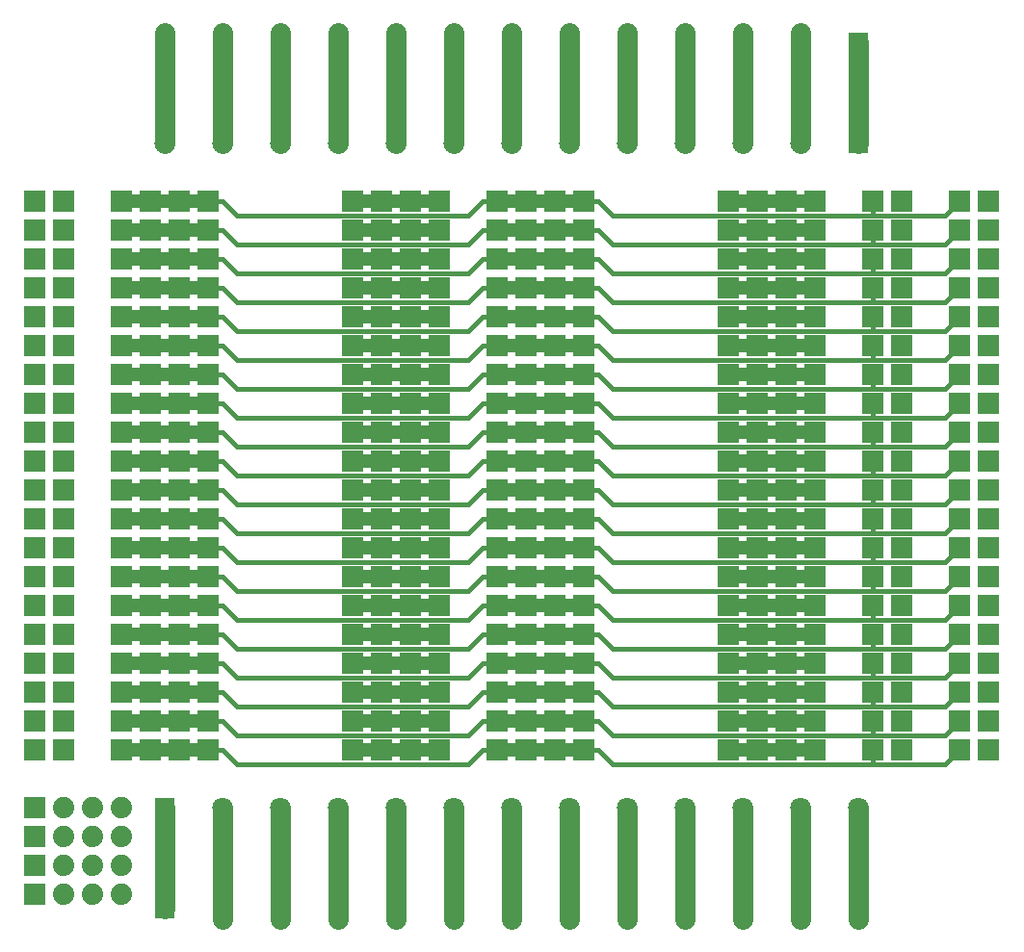
<source format=gbl>
G75*
%MOIN*%
%OFA0B0*%
%FSLAX25Y25*%
%IPPOS*%
%LPD*%
%AMOC8*
5,1,8,0,0,1.08239X$1,22.5*
%
%ADD10R,0.07400X0.07400*%
%ADD11C,0.07087*%
%ADD12R,0.07087X0.07087*%
%ADD13C,0.07400*%
%ADD14C,0.07087*%
%ADD15R,0.35000X0.05000*%
%ADD16C,0.01600*%
%ADD17C,0.07000*%
D10*
X0018125Y0053650D03*
X0018125Y0063650D03*
X0018125Y0073650D03*
X0018125Y0083650D03*
X0018125Y0103650D03*
X0018125Y0113650D03*
X0028125Y0113650D03*
X0028125Y0103650D03*
X0028125Y0123650D03*
X0028125Y0133650D03*
X0028125Y0143650D03*
X0028125Y0153650D03*
X0028125Y0163650D03*
X0028125Y0173650D03*
X0028125Y0183650D03*
X0028125Y0193650D03*
X0028125Y0203650D03*
X0028125Y0213650D03*
X0028125Y0223650D03*
X0028125Y0233650D03*
X0028125Y0243650D03*
X0028125Y0253650D03*
X0028125Y0263650D03*
X0028125Y0273650D03*
X0028125Y0283650D03*
X0028125Y0293650D03*
X0018125Y0293650D03*
X0018125Y0283650D03*
X0018125Y0273650D03*
X0018125Y0263650D03*
X0018125Y0253650D03*
X0018125Y0243650D03*
X0018125Y0233650D03*
X0018125Y0223650D03*
X0018125Y0213650D03*
X0018125Y0203650D03*
X0018125Y0193650D03*
X0018125Y0183650D03*
X0018125Y0173650D03*
X0018125Y0163650D03*
X0018125Y0153650D03*
X0018125Y0143650D03*
X0018125Y0133650D03*
X0018125Y0123650D03*
X0048125Y0123650D03*
X0058125Y0123650D03*
X0058125Y0133650D03*
X0048125Y0133650D03*
X0048125Y0143650D03*
X0058125Y0143650D03*
X0058125Y0153650D03*
X0048125Y0153650D03*
X0048125Y0163650D03*
X0058125Y0163650D03*
X0058125Y0173650D03*
X0048125Y0173650D03*
X0048125Y0183650D03*
X0058125Y0183650D03*
X0058125Y0193650D03*
X0048125Y0193650D03*
X0048125Y0203650D03*
X0058125Y0203650D03*
X0058125Y0213650D03*
X0048125Y0213650D03*
X0048125Y0223650D03*
X0058125Y0223650D03*
X0058125Y0233650D03*
X0048125Y0233650D03*
X0048125Y0243650D03*
X0058125Y0243650D03*
X0058125Y0253650D03*
X0048125Y0253650D03*
X0048125Y0263650D03*
X0058125Y0263650D03*
X0058125Y0273650D03*
X0048125Y0273650D03*
X0048125Y0283650D03*
X0058125Y0283650D03*
X0058125Y0293650D03*
X0048125Y0293650D03*
X0068125Y0293650D03*
X0068125Y0283650D03*
X0078125Y0283650D03*
X0078125Y0293650D03*
X0078125Y0273650D03*
X0078125Y0263650D03*
X0078125Y0253650D03*
X0078125Y0243650D03*
X0078125Y0233650D03*
X0078125Y0223650D03*
X0078125Y0213650D03*
X0078125Y0203650D03*
X0078125Y0193650D03*
X0078125Y0183650D03*
X0078125Y0173650D03*
X0078125Y0163650D03*
X0078125Y0153650D03*
X0078125Y0143650D03*
X0078125Y0133650D03*
X0078125Y0123650D03*
X0078125Y0113650D03*
X0078125Y0103650D03*
X0068125Y0103650D03*
X0068125Y0113650D03*
X0068125Y0123650D03*
X0068125Y0133650D03*
X0068125Y0143650D03*
X0068125Y0153650D03*
X0068125Y0163650D03*
X0068125Y0173650D03*
X0068125Y0183650D03*
X0068125Y0193650D03*
X0068125Y0203650D03*
X0068125Y0213650D03*
X0068125Y0223650D03*
X0068125Y0233650D03*
X0068125Y0243650D03*
X0068125Y0253650D03*
X0068125Y0263650D03*
X0068125Y0273650D03*
X0128125Y0273650D03*
X0128125Y0263650D03*
X0138125Y0263650D03*
X0138125Y0273650D03*
X0148125Y0273650D03*
X0148125Y0263650D03*
X0158125Y0263650D03*
X0158125Y0273650D03*
X0158125Y0283650D03*
X0158125Y0293650D03*
X0148125Y0293650D03*
X0148125Y0283650D03*
X0138125Y0283650D03*
X0138125Y0293650D03*
X0128125Y0293650D03*
X0128125Y0283650D03*
X0128125Y0253650D03*
X0128125Y0243650D03*
X0138125Y0243650D03*
X0138125Y0253650D03*
X0148125Y0253650D03*
X0148125Y0243650D03*
X0158125Y0243650D03*
X0158125Y0253650D03*
X0178125Y0253650D03*
X0178125Y0243650D03*
X0188125Y0243650D03*
X0188125Y0253650D03*
X0198125Y0253650D03*
X0208125Y0253650D03*
X0208125Y0243650D03*
X0198125Y0243650D03*
X0198125Y0233650D03*
X0208125Y0233650D03*
X0208125Y0223650D03*
X0198125Y0223650D03*
X0198125Y0213650D03*
X0208125Y0213650D03*
X0208125Y0203650D03*
X0198125Y0203650D03*
X0198125Y0193650D03*
X0208125Y0193650D03*
X0208125Y0183650D03*
X0198125Y0183650D03*
X0198125Y0173650D03*
X0208125Y0173650D03*
X0208125Y0163650D03*
X0198125Y0163650D03*
X0198125Y0153650D03*
X0208125Y0153650D03*
X0208125Y0143650D03*
X0198125Y0143650D03*
X0198125Y0133650D03*
X0208125Y0133650D03*
X0208125Y0123650D03*
X0198125Y0123650D03*
X0198125Y0113650D03*
X0208125Y0113650D03*
X0208125Y0103650D03*
X0198125Y0103650D03*
X0188125Y0103650D03*
X0188125Y0113650D03*
X0188125Y0123650D03*
X0188125Y0133650D03*
X0188125Y0143650D03*
X0188125Y0153650D03*
X0188125Y0163650D03*
X0188125Y0173650D03*
X0188125Y0183650D03*
X0188125Y0193650D03*
X0188125Y0203650D03*
X0188125Y0213650D03*
X0188125Y0223650D03*
X0188125Y0233650D03*
X0178125Y0233650D03*
X0178125Y0223650D03*
X0178125Y0213650D03*
X0178125Y0203650D03*
X0178125Y0193650D03*
X0178125Y0183650D03*
X0178125Y0173650D03*
X0178125Y0163650D03*
X0178125Y0153650D03*
X0178125Y0143650D03*
X0178125Y0133650D03*
X0178125Y0123650D03*
X0178125Y0113650D03*
X0178125Y0103650D03*
X0158125Y0103650D03*
X0158125Y0113650D03*
X0158125Y0123650D03*
X0158125Y0133650D03*
X0158125Y0143650D03*
X0158125Y0153650D03*
X0158125Y0163650D03*
X0158125Y0173650D03*
X0158125Y0183650D03*
X0158125Y0193650D03*
X0158125Y0203650D03*
X0158125Y0213650D03*
X0158125Y0223650D03*
X0158125Y0233650D03*
X0148125Y0233650D03*
X0148125Y0223650D03*
X0148125Y0213650D03*
X0148125Y0203650D03*
X0148125Y0193650D03*
X0148125Y0183650D03*
X0148125Y0173650D03*
X0148125Y0163650D03*
X0148125Y0153650D03*
X0148125Y0143650D03*
X0148125Y0133650D03*
X0148125Y0123650D03*
X0148125Y0113650D03*
X0148125Y0103650D03*
X0138125Y0103650D03*
X0138125Y0113650D03*
X0138125Y0123650D03*
X0138125Y0133650D03*
X0138125Y0143650D03*
X0138125Y0153650D03*
X0138125Y0163650D03*
X0138125Y0173650D03*
X0138125Y0183650D03*
X0138125Y0193650D03*
X0138125Y0203650D03*
X0138125Y0213650D03*
X0138125Y0223650D03*
X0138125Y0233650D03*
X0128125Y0233650D03*
X0128125Y0223650D03*
X0128125Y0213650D03*
X0128125Y0203650D03*
X0128125Y0193650D03*
X0128125Y0183650D03*
X0128125Y0173650D03*
X0128125Y0163650D03*
X0128125Y0153650D03*
X0128125Y0143650D03*
X0128125Y0133650D03*
X0128125Y0123650D03*
X0128125Y0113650D03*
X0128125Y0103650D03*
X0058125Y0103650D03*
X0058125Y0113650D03*
X0048125Y0113650D03*
X0048125Y0103650D03*
X0178125Y0263650D03*
X0178125Y0273650D03*
X0188125Y0273650D03*
X0188125Y0263650D03*
X0198125Y0263650D03*
X0208125Y0263650D03*
X0208125Y0273650D03*
X0198125Y0273650D03*
X0198125Y0283650D03*
X0208125Y0283650D03*
X0208125Y0293650D03*
X0198125Y0293650D03*
X0188125Y0293650D03*
X0188125Y0283650D03*
X0178125Y0283650D03*
X0178125Y0293650D03*
X0258125Y0293650D03*
X0258125Y0283650D03*
X0268125Y0283650D03*
X0278125Y0283650D03*
X0278125Y0293650D03*
X0268125Y0293650D03*
X0288125Y0293650D03*
X0288125Y0283650D03*
X0288125Y0273650D03*
X0288125Y0263650D03*
X0288125Y0253650D03*
X0288125Y0243650D03*
X0288125Y0233650D03*
X0288125Y0223650D03*
X0288125Y0213650D03*
X0288125Y0203650D03*
X0288125Y0193650D03*
X0288125Y0183650D03*
X0288125Y0173650D03*
X0288125Y0163650D03*
X0288125Y0153650D03*
X0288125Y0143650D03*
X0288125Y0133650D03*
X0288125Y0123650D03*
X0288125Y0113650D03*
X0288125Y0103650D03*
X0278125Y0103650D03*
X0278125Y0113650D03*
X0268125Y0113650D03*
X0268125Y0103650D03*
X0258125Y0103650D03*
X0258125Y0113650D03*
X0258125Y0123650D03*
X0258125Y0133650D03*
X0268125Y0133650D03*
X0278125Y0133650D03*
X0278125Y0123650D03*
X0268125Y0123650D03*
X0268125Y0143650D03*
X0278125Y0143650D03*
X0278125Y0153650D03*
X0268125Y0153650D03*
X0268125Y0163650D03*
X0278125Y0163650D03*
X0278125Y0173650D03*
X0268125Y0173650D03*
X0268125Y0183650D03*
X0278125Y0183650D03*
X0278125Y0193650D03*
X0268125Y0193650D03*
X0268125Y0203650D03*
X0278125Y0203650D03*
X0278125Y0213650D03*
X0268125Y0213650D03*
X0268125Y0223650D03*
X0278125Y0223650D03*
X0278125Y0233650D03*
X0268125Y0233650D03*
X0268125Y0243650D03*
X0278125Y0243650D03*
X0278125Y0253650D03*
X0268125Y0253650D03*
X0268125Y0263650D03*
X0278125Y0263650D03*
X0278125Y0273650D03*
X0268125Y0273650D03*
X0258125Y0273650D03*
X0258125Y0263650D03*
X0258125Y0253650D03*
X0258125Y0243650D03*
X0258125Y0233650D03*
X0258125Y0223650D03*
X0258125Y0213650D03*
X0258125Y0203650D03*
X0258125Y0193650D03*
X0258125Y0183650D03*
X0258125Y0173650D03*
X0258125Y0163650D03*
X0258125Y0153650D03*
X0258125Y0143650D03*
X0308125Y0143650D03*
X0318125Y0143650D03*
X0318125Y0153650D03*
X0308125Y0153650D03*
X0308125Y0163650D03*
X0318125Y0163650D03*
X0318125Y0173650D03*
X0308125Y0173650D03*
X0308125Y0183650D03*
X0318125Y0183650D03*
X0318125Y0193650D03*
X0308125Y0193650D03*
X0308125Y0203650D03*
X0318125Y0203650D03*
X0318125Y0213650D03*
X0308125Y0213650D03*
X0308125Y0223650D03*
X0318125Y0223650D03*
X0318125Y0233650D03*
X0308125Y0233650D03*
X0308125Y0243650D03*
X0318125Y0243650D03*
X0318125Y0253650D03*
X0308125Y0253650D03*
X0308125Y0263650D03*
X0318125Y0263650D03*
X0318125Y0273650D03*
X0308125Y0273650D03*
X0308125Y0283650D03*
X0318125Y0283650D03*
X0318125Y0293650D03*
X0308125Y0293650D03*
X0338125Y0293650D03*
X0338125Y0283650D03*
X0348125Y0283650D03*
X0348125Y0293650D03*
X0348125Y0273650D03*
X0348125Y0263650D03*
X0348125Y0253650D03*
X0348125Y0243650D03*
X0348125Y0233650D03*
X0348125Y0223650D03*
X0348125Y0213650D03*
X0348125Y0203650D03*
X0348125Y0193650D03*
X0348125Y0183650D03*
X0348125Y0173650D03*
X0348125Y0163650D03*
X0348125Y0153650D03*
X0348125Y0143650D03*
X0348125Y0133650D03*
X0348125Y0123650D03*
X0348125Y0113650D03*
X0348125Y0103650D03*
X0338125Y0103650D03*
X0338125Y0113650D03*
X0338125Y0123650D03*
X0338125Y0133650D03*
X0338125Y0143650D03*
X0338125Y0153650D03*
X0338125Y0163650D03*
X0338125Y0173650D03*
X0338125Y0183650D03*
X0338125Y0193650D03*
X0338125Y0203650D03*
X0338125Y0213650D03*
X0338125Y0223650D03*
X0338125Y0233650D03*
X0338125Y0243650D03*
X0338125Y0253650D03*
X0338125Y0263650D03*
X0338125Y0273650D03*
X0318125Y0133650D03*
X0318125Y0123650D03*
X0308125Y0123650D03*
X0308125Y0133650D03*
X0308125Y0113650D03*
X0318125Y0113650D03*
X0318125Y0103650D03*
X0308125Y0103650D03*
D11*
X0303125Y0083650D03*
X0283125Y0083650D03*
X0263125Y0083650D03*
X0243125Y0083650D03*
X0223125Y0083650D03*
X0203125Y0083650D03*
X0183125Y0083650D03*
X0163125Y0083650D03*
X0143125Y0083650D03*
X0123125Y0083650D03*
X0103125Y0083650D03*
X0083125Y0083650D03*
X0083125Y0313650D03*
X0063125Y0313650D03*
X0103125Y0313650D03*
X0123125Y0313650D03*
X0143125Y0313650D03*
X0163125Y0313650D03*
X0183125Y0313650D03*
X0203125Y0313650D03*
X0223125Y0313650D03*
X0243125Y0313650D03*
X0263125Y0313650D03*
X0283125Y0313650D03*
D12*
X0303125Y0313650D03*
X0303125Y0328650D03*
X0303125Y0348650D03*
X0063125Y0083650D03*
X0063125Y0068650D03*
X0063125Y0048650D03*
D13*
X0048125Y0053650D03*
X0048125Y0063650D03*
X0048125Y0073650D03*
X0048125Y0083650D03*
X0038125Y0083650D03*
X0038125Y0073650D03*
X0038125Y0063650D03*
X0038125Y0053650D03*
X0028125Y0053650D03*
X0028125Y0063650D03*
X0028125Y0073650D03*
X0028125Y0083650D03*
D14*
X0083125Y0072194D02*
X0083125Y0065107D01*
X0083125Y0052194D02*
X0083125Y0045107D01*
X0103125Y0045107D02*
X0103125Y0052194D01*
X0103125Y0065107D02*
X0103125Y0072194D01*
X0123125Y0072194D02*
X0123125Y0065107D01*
X0123125Y0052194D02*
X0123125Y0045107D01*
X0143125Y0045107D02*
X0143125Y0052194D01*
X0143125Y0065107D02*
X0143125Y0072194D01*
X0163125Y0072194D02*
X0163125Y0065107D01*
X0163125Y0052194D02*
X0163125Y0045107D01*
X0183125Y0045107D02*
X0183125Y0052194D01*
X0183125Y0065107D02*
X0183125Y0072194D01*
X0203125Y0072194D02*
X0203125Y0065107D01*
X0203125Y0052194D02*
X0203125Y0045107D01*
X0223125Y0045107D02*
X0223125Y0052194D01*
X0223125Y0065107D02*
X0223125Y0072194D01*
X0243125Y0072194D02*
X0243125Y0065107D01*
X0243125Y0052194D02*
X0243125Y0045107D01*
X0263125Y0045107D02*
X0263125Y0052194D01*
X0263125Y0065107D02*
X0263125Y0072194D01*
X0283125Y0072194D02*
X0283125Y0065107D01*
X0283125Y0052194D02*
X0283125Y0045107D01*
X0303125Y0045107D02*
X0303125Y0052194D01*
X0303125Y0065107D02*
X0303125Y0072194D01*
X0283125Y0325107D02*
X0283125Y0332194D01*
X0283125Y0345107D02*
X0283125Y0352194D01*
X0263125Y0352194D02*
X0263125Y0345107D01*
X0263125Y0332194D02*
X0263125Y0325107D01*
X0243125Y0325107D02*
X0243125Y0332194D01*
X0243125Y0345107D02*
X0243125Y0352194D01*
X0223125Y0352194D02*
X0223125Y0345107D01*
X0223125Y0332194D02*
X0223125Y0325107D01*
X0203125Y0325107D02*
X0203125Y0332194D01*
X0203125Y0345107D02*
X0203125Y0352194D01*
X0183125Y0352194D02*
X0183125Y0345107D01*
X0183125Y0332194D02*
X0183125Y0325107D01*
X0163125Y0325107D02*
X0163125Y0332194D01*
X0163125Y0345107D02*
X0163125Y0352194D01*
X0143125Y0352194D02*
X0143125Y0345107D01*
X0143125Y0332194D02*
X0143125Y0325107D01*
X0123125Y0325107D02*
X0123125Y0332194D01*
X0123125Y0345107D02*
X0123125Y0352194D01*
X0103125Y0352194D02*
X0103125Y0345107D01*
X0103125Y0332194D02*
X0103125Y0325107D01*
X0083125Y0325107D02*
X0083125Y0332194D01*
X0083125Y0345107D02*
X0083125Y0352194D01*
X0063125Y0352194D02*
X0063125Y0345107D01*
X0063125Y0332194D02*
X0063125Y0325107D01*
D15*
X0063125Y0293650D03*
X0063125Y0283650D03*
X0063125Y0273650D03*
X0063125Y0263650D03*
X0063125Y0253650D03*
X0063125Y0243650D03*
X0063125Y0233650D03*
X0063125Y0223650D03*
X0063125Y0213650D03*
X0063125Y0203650D03*
X0063125Y0193650D03*
X0063125Y0183650D03*
X0063125Y0173650D03*
X0063125Y0163650D03*
X0063125Y0153650D03*
X0063125Y0143650D03*
X0063125Y0133650D03*
X0063125Y0123650D03*
X0063125Y0113650D03*
X0063125Y0103650D03*
X0143125Y0103650D03*
X0143125Y0113650D03*
X0143125Y0123650D03*
X0143125Y0133650D03*
X0143125Y0143650D03*
X0143125Y0153650D03*
X0143125Y0163650D03*
X0143125Y0173650D03*
X0143125Y0183650D03*
X0143125Y0193650D03*
X0143125Y0203650D03*
X0143125Y0213650D03*
X0143125Y0223650D03*
X0143125Y0233650D03*
X0143125Y0243650D03*
X0143125Y0253650D03*
X0143125Y0263650D03*
X0143125Y0273650D03*
X0143125Y0283650D03*
X0143125Y0293650D03*
X0193125Y0293650D03*
X0193125Y0283650D03*
X0193125Y0273650D03*
X0193125Y0263650D03*
X0193125Y0253650D03*
X0193125Y0243650D03*
X0193125Y0233650D03*
X0193125Y0223650D03*
X0193125Y0213650D03*
X0193125Y0203650D03*
X0193125Y0193650D03*
X0193125Y0183650D03*
X0193125Y0173650D03*
X0193125Y0163650D03*
X0193125Y0153650D03*
X0193125Y0143650D03*
X0193125Y0133650D03*
X0193125Y0123650D03*
X0193125Y0113650D03*
X0193125Y0103650D03*
X0273125Y0103650D03*
X0273125Y0113650D03*
X0273125Y0123650D03*
X0273125Y0133650D03*
X0273125Y0143650D03*
X0273125Y0153650D03*
X0273125Y0163650D03*
X0273125Y0173650D03*
X0273125Y0183650D03*
X0273125Y0193650D03*
X0273125Y0203650D03*
X0273125Y0213650D03*
X0273125Y0223650D03*
X0273125Y0233650D03*
X0273125Y0243650D03*
X0273125Y0253650D03*
X0273125Y0263650D03*
X0273125Y0273650D03*
X0273125Y0283650D03*
X0273125Y0293650D03*
D16*
X0268125Y0293650D01*
X0268125Y0283650D02*
X0273125Y0283650D01*
X0273125Y0273650D02*
X0268125Y0273650D01*
X0268125Y0263650D02*
X0273125Y0263650D01*
X0273125Y0253650D02*
X0268125Y0253650D01*
X0268125Y0243650D02*
X0273125Y0243650D01*
X0273125Y0233650D02*
X0268125Y0233650D01*
X0268125Y0223650D02*
X0273125Y0223650D01*
X0273125Y0213650D02*
X0268125Y0213650D01*
X0268125Y0203650D02*
X0273125Y0203650D01*
X0273125Y0193650D02*
X0268125Y0193650D01*
X0268125Y0183650D02*
X0273125Y0183650D01*
X0273125Y0173650D02*
X0268125Y0173650D01*
X0268125Y0163650D02*
X0273125Y0163650D01*
X0278125Y0163650D01*
X0278125Y0153650D02*
X0273125Y0153650D01*
X0273125Y0143650D02*
X0278125Y0143650D01*
X0278125Y0133650D02*
X0273125Y0133650D01*
X0273125Y0123650D02*
X0278125Y0123650D01*
X0278125Y0113650D02*
X0273125Y0113650D01*
X0273125Y0103650D02*
X0268125Y0103650D01*
X0263125Y0103650D01*
X0268125Y0103650D01*
X0308125Y0103650D02*
X0308125Y0098650D01*
X0333125Y0098650D01*
X0338125Y0103650D01*
X0333125Y0108650D02*
X0338125Y0113650D01*
X0333125Y0108650D02*
X0308125Y0108650D01*
X0308125Y0113650D01*
X0308125Y0108650D02*
X0218125Y0108650D01*
X0213125Y0113650D01*
X0208125Y0113650D01*
X0208125Y0103650D02*
X0203125Y0103650D01*
X0198125Y0103650D01*
X0193125Y0103650D01*
X0198125Y0103650D01*
X0193125Y0103650D01*
X0198125Y0103650D01*
X0193125Y0103650D01*
X0198125Y0103650D01*
X0208125Y0103650D02*
X0213125Y0103650D01*
X0218125Y0098650D01*
X0308125Y0098650D01*
X0308125Y0118650D02*
X0308125Y0123650D01*
X0308125Y0128650D02*
X0308125Y0133650D01*
X0308125Y0128650D02*
X0333125Y0128650D01*
X0338125Y0133650D01*
X0333125Y0138650D02*
X0338125Y0143650D01*
X0333125Y0138650D02*
X0308125Y0138650D01*
X0308125Y0143650D01*
X0308125Y0148650D02*
X0308125Y0153650D01*
X0308125Y0148650D02*
X0333125Y0148650D01*
X0338125Y0153650D01*
X0333125Y0158650D02*
X0338125Y0163650D01*
X0333125Y0158650D02*
X0308125Y0158650D01*
X0308125Y0163650D01*
X0308125Y0168650D02*
X0308125Y0173650D01*
X0308125Y0168650D02*
X0333125Y0168650D01*
X0338125Y0173650D01*
X0333125Y0178650D02*
X0338125Y0183650D01*
X0333125Y0178650D02*
X0308125Y0178650D01*
X0308125Y0183650D01*
X0308125Y0188650D02*
X0308125Y0193650D01*
X0308125Y0188650D02*
X0333125Y0188650D01*
X0338125Y0193650D01*
X0333125Y0198650D02*
X0338125Y0203650D01*
X0333125Y0198650D02*
X0308125Y0198650D01*
X0308125Y0203650D01*
X0308125Y0198650D02*
X0218125Y0198650D01*
X0213125Y0203650D01*
X0208125Y0203650D01*
X0208125Y0213650D02*
X0213125Y0213650D01*
X0218125Y0208650D01*
X0308125Y0208650D01*
X0308125Y0213650D01*
X0308125Y0208650D02*
X0333125Y0208650D01*
X0338125Y0213650D01*
X0333125Y0218650D02*
X0338125Y0223650D01*
X0333125Y0218650D02*
X0308125Y0218650D01*
X0308125Y0223650D01*
X0308125Y0218650D02*
X0218125Y0218650D01*
X0213125Y0223650D01*
X0208125Y0223650D01*
X0208125Y0233650D02*
X0213125Y0233650D01*
X0218125Y0228650D01*
X0308125Y0228650D01*
X0308125Y0233650D01*
X0308125Y0228650D02*
X0333125Y0228650D01*
X0338125Y0233650D01*
X0333125Y0238650D02*
X0338125Y0243650D01*
X0333125Y0238650D02*
X0308125Y0238650D01*
X0308125Y0243650D01*
X0308125Y0238650D02*
X0218125Y0238650D01*
X0213125Y0243650D01*
X0208125Y0243650D01*
X0208125Y0253650D02*
X0213125Y0253650D01*
X0218125Y0248650D01*
X0308125Y0248650D01*
X0308125Y0253650D01*
X0308125Y0248650D02*
X0333125Y0248650D01*
X0338125Y0253650D01*
X0333125Y0258650D02*
X0338125Y0263650D01*
X0333125Y0258650D02*
X0308125Y0258650D01*
X0308125Y0263650D01*
X0308125Y0258650D02*
X0218125Y0258650D01*
X0213125Y0263650D01*
X0208125Y0263650D01*
X0208125Y0273650D02*
X0213125Y0273650D01*
X0218125Y0268650D01*
X0308125Y0268650D01*
X0308125Y0273650D01*
X0308125Y0268650D02*
X0333125Y0268650D01*
X0338125Y0273650D01*
X0333125Y0278650D02*
X0338125Y0283650D01*
X0333125Y0278650D02*
X0308125Y0278650D01*
X0308125Y0283650D01*
X0308125Y0278650D02*
X0218125Y0278650D01*
X0213125Y0283650D01*
X0208125Y0283650D01*
X0208125Y0293650D02*
X0213125Y0293650D01*
X0218125Y0288650D01*
X0308125Y0288650D01*
X0308125Y0293650D01*
X0308125Y0288650D02*
X0333125Y0288650D01*
X0338125Y0293650D01*
X0308125Y0188650D02*
X0218125Y0188650D01*
X0213125Y0193650D01*
X0208125Y0193650D01*
X0208125Y0183650D02*
X0213125Y0183650D01*
X0218125Y0178650D01*
X0308125Y0178650D01*
X0308125Y0168650D02*
X0218125Y0168650D01*
X0213125Y0173650D01*
X0208125Y0173650D01*
X0208125Y0163650D02*
X0213125Y0163650D01*
X0218125Y0158650D01*
X0308125Y0158650D01*
X0308125Y0148650D02*
X0218125Y0148650D01*
X0213125Y0153650D01*
X0208125Y0153650D01*
X0208125Y0143650D02*
X0213125Y0143650D01*
X0218125Y0138650D01*
X0308125Y0138650D01*
X0308125Y0128650D02*
X0218125Y0128650D01*
X0213125Y0133650D01*
X0208125Y0133650D01*
X0208125Y0123650D02*
X0213125Y0123650D01*
X0218125Y0118650D01*
X0308125Y0118650D01*
X0333125Y0118650D01*
X0338125Y0123650D01*
X0193125Y0123650D02*
X0188125Y0123650D01*
X0188125Y0133650D02*
X0193125Y0133650D01*
X0193125Y0143650D02*
X0188125Y0143650D01*
X0188125Y0153650D02*
X0193125Y0153650D01*
X0193125Y0163650D02*
X0188125Y0163650D01*
X0188125Y0173650D02*
X0193125Y0173650D01*
X0193125Y0183650D02*
X0188125Y0183650D01*
X0188125Y0193650D02*
X0193125Y0193650D01*
X0193125Y0203650D02*
X0188125Y0203650D01*
X0188125Y0213650D02*
X0193125Y0213650D01*
X0193125Y0223650D02*
X0188125Y0223650D01*
X0188125Y0233650D02*
X0193125Y0233650D01*
X0193125Y0243650D02*
X0188125Y0243650D01*
X0188125Y0253650D02*
X0193125Y0253650D01*
X0193125Y0263650D02*
X0188125Y0263650D01*
X0188125Y0273650D02*
X0193125Y0273650D01*
X0193125Y0283650D02*
X0188125Y0283650D01*
X0188125Y0293650D02*
X0193125Y0293650D01*
X0178125Y0293650D02*
X0173125Y0293650D01*
X0168125Y0288650D01*
X0088125Y0288650D01*
X0083125Y0293650D01*
X0078125Y0293650D01*
X0078125Y0283650D02*
X0083125Y0283650D01*
X0088125Y0278650D01*
X0168125Y0278650D01*
X0173125Y0283650D01*
X0178125Y0283650D01*
X0178125Y0273650D02*
X0173125Y0273650D01*
X0168125Y0268650D01*
X0088125Y0268650D01*
X0083125Y0273650D01*
X0078125Y0273650D01*
X0078125Y0263650D02*
X0083125Y0263650D01*
X0088125Y0258650D01*
X0168125Y0258650D01*
X0173125Y0263650D01*
X0178125Y0263650D01*
X0178125Y0253650D02*
X0173125Y0253650D01*
X0168125Y0248650D01*
X0088125Y0248650D01*
X0083125Y0253650D01*
X0078125Y0253650D01*
X0078125Y0243650D02*
X0083125Y0243650D01*
X0088125Y0238650D01*
X0168125Y0238650D01*
X0173125Y0243650D01*
X0178125Y0243650D01*
X0178125Y0233650D02*
X0173125Y0233650D01*
X0168125Y0228650D01*
X0088125Y0228650D01*
X0083125Y0233650D01*
X0078125Y0233650D01*
X0078125Y0223650D02*
X0083125Y0223650D01*
X0088125Y0218650D01*
X0168125Y0218650D01*
X0173125Y0223650D01*
X0178125Y0223650D01*
X0178125Y0213650D02*
X0173125Y0213650D01*
X0168125Y0208650D01*
X0088125Y0208650D01*
X0083125Y0213650D01*
X0078125Y0213650D01*
X0078125Y0203650D02*
X0083125Y0203650D01*
X0088125Y0198650D01*
X0168125Y0198650D01*
X0173125Y0203650D01*
X0178125Y0203650D01*
X0178125Y0193650D02*
X0173125Y0193650D01*
X0168125Y0188650D01*
X0088125Y0188650D01*
X0083125Y0193650D01*
X0078125Y0193650D01*
X0078125Y0183650D02*
X0083125Y0183650D01*
X0088125Y0178650D01*
X0168125Y0178650D01*
X0173125Y0183650D01*
X0178125Y0183650D01*
X0178125Y0173650D02*
X0173125Y0173650D01*
X0168125Y0168650D01*
X0088125Y0168650D01*
X0083125Y0173650D01*
X0078125Y0173650D01*
X0078125Y0163650D02*
X0083125Y0163650D01*
X0088125Y0158650D01*
X0168125Y0158650D01*
X0173125Y0163650D01*
X0178125Y0163650D01*
X0178125Y0153650D02*
X0173125Y0153650D01*
X0168125Y0148650D01*
X0088125Y0148650D01*
X0083125Y0153650D01*
X0078125Y0153650D01*
X0078125Y0143650D02*
X0083125Y0143650D01*
X0088125Y0138650D01*
X0168125Y0138650D01*
X0173125Y0143650D01*
X0178125Y0143650D01*
X0178125Y0133650D02*
X0173125Y0133650D01*
X0168125Y0128650D01*
X0088125Y0128650D01*
X0083125Y0133650D01*
X0078125Y0133650D01*
X0078125Y0123650D02*
X0083125Y0123650D01*
X0088125Y0118650D01*
X0168125Y0118650D01*
X0173125Y0123650D01*
X0178125Y0123650D01*
X0178125Y0113650D02*
X0173125Y0113650D01*
X0168125Y0108650D01*
X0088125Y0108650D01*
X0083125Y0113650D01*
X0078125Y0113650D01*
X0078125Y0103650D02*
X0083125Y0103650D01*
X0088125Y0098650D01*
X0168125Y0098650D01*
X0173125Y0103650D01*
X0178125Y0103650D01*
X0188125Y0113650D02*
X0193125Y0113650D01*
X0143125Y0113650D02*
X0138125Y0113650D01*
X0138125Y0103650D02*
X0143125Y0103650D01*
X0143125Y0123650D02*
X0138125Y0123650D01*
X0138125Y0133650D02*
X0143125Y0133650D01*
X0143125Y0143650D02*
X0138125Y0143650D01*
X0138125Y0153650D02*
X0143125Y0153650D01*
X0143125Y0163650D02*
X0138125Y0163650D01*
X0138125Y0173650D02*
X0143125Y0173650D01*
X0143125Y0183650D02*
X0138125Y0183650D01*
X0138125Y0193650D02*
X0143125Y0193650D01*
X0143125Y0203650D02*
X0138125Y0203650D01*
X0138125Y0213650D02*
X0143125Y0213650D01*
X0143125Y0223650D02*
X0138125Y0223650D01*
X0138125Y0233650D02*
X0143125Y0233650D01*
X0143125Y0243650D02*
X0138125Y0243650D01*
X0138125Y0253650D02*
X0143125Y0253650D01*
X0143125Y0263650D02*
X0138125Y0263650D01*
X0138125Y0273650D02*
X0143125Y0273650D01*
X0143125Y0283650D02*
X0138125Y0283650D01*
X0138125Y0293650D02*
X0143125Y0293650D01*
X0068125Y0293650D02*
X0063125Y0293650D01*
X0058125Y0293650D01*
X0058125Y0283650D02*
X0063125Y0283650D01*
X0068125Y0283650D01*
X0068125Y0273650D02*
X0063125Y0273650D01*
X0058125Y0273650D01*
X0058125Y0263650D02*
X0063125Y0263650D01*
X0068125Y0263650D01*
X0068125Y0253650D02*
X0063125Y0253650D01*
X0058125Y0253650D01*
X0058125Y0243650D02*
X0063125Y0243650D01*
X0068125Y0243650D01*
X0068125Y0233650D02*
X0063125Y0233650D01*
X0058125Y0233650D01*
X0058125Y0223650D02*
X0063125Y0223650D01*
X0068125Y0223650D01*
X0068125Y0213650D02*
X0063125Y0213650D01*
X0058125Y0213650D01*
X0058125Y0203650D02*
X0063125Y0203650D01*
X0068125Y0203650D01*
X0068125Y0193650D02*
X0063125Y0193650D01*
X0058125Y0193650D01*
X0063125Y0193650D01*
X0058125Y0193650D01*
X0058125Y0183650D02*
X0063125Y0183650D01*
X0068125Y0183650D01*
X0063125Y0183650D02*
X0058125Y0183650D01*
X0063125Y0183650D01*
X0063125Y0173650D02*
X0058125Y0173650D01*
X0063125Y0173650D01*
X0068125Y0173650D01*
X0063125Y0173650D02*
X0058125Y0173650D01*
X0058125Y0163650D02*
X0063125Y0163650D01*
X0068125Y0163650D01*
X0063125Y0163650D02*
X0058125Y0163650D01*
X0063125Y0163650D01*
X0063125Y0153650D02*
X0058125Y0153650D01*
X0063125Y0153650D01*
X0068125Y0153650D01*
X0063125Y0153650D02*
X0058125Y0153650D01*
X0058125Y0143650D02*
X0063125Y0143650D01*
X0068125Y0143650D01*
X0063125Y0143650D02*
X0058125Y0143650D01*
X0063125Y0143650D01*
X0063125Y0133650D02*
X0058125Y0133650D01*
X0063125Y0133650D01*
X0068125Y0133650D01*
X0063125Y0133650D02*
X0058125Y0133650D01*
X0058125Y0123650D02*
X0063125Y0123650D01*
X0058125Y0123650D01*
X0063125Y0123650D01*
X0058125Y0123650D01*
X0063125Y0123650D01*
X0063125Y0113650D02*
X0058125Y0113650D01*
X0058125Y0103650D02*
X0063125Y0103650D01*
X0068125Y0103650D01*
X0078125Y0103650D01*
X0068125Y0103650D02*
X0063125Y0103650D01*
D17*
X0063125Y0083650D02*
X0063125Y0068650D01*
X0063125Y0048650D01*
X0083125Y0048650D02*
X0083125Y0068650D01*
X0083125Y0083650D01*
X0103125Y0083650D02*
X0103125Y0068650D01*
X0103125Y0048650D01*
X0123125Y0048650D02*
X0123125Y0068650D01*
X0123125Y0083650D01*
X0143125Y0083650D02*
X0143125Y0068650D01*
X0143125Y0048650D01*
X0163125Y0048650D02*
X0163125Y0068650D01*
X0163125Y0083650D01*
X0183125Y0083650D02*
X0183125Y0068650D01*
X0183125Y0048650D01*
X0203125Y0048650D02*
X0203125Y0068650D01*
X0203125Y0083650D01*
X0223125Y0083650D02*
X0223125Y0068650D01*
X0223125Y0048650D01*
X0243125Y0048650D02*
X0243125Y0068650D01*
X0243125Y0083650D01*
X0263125Y0083650D02*
X0263125Y0068650D01*
X0263125Y0048650D01*
X0283125Y0048650D02*
X0283125Y0068650D01*
X0283125Y0083650D01*
X0303125Y0083650D02*
X0303125Y0068650D01*
X0303125Y0048650D01*
X0303125Y0313650D02*
X0303125Y0328650D01*
X0303125Y0348650D01*
X0283125Y0348650D02*
X0283125Y0328650D01*
X0283125Y0313650D01*
X0263125Y0313650D02*
X0263125Y0328650D01*
X0263125Y0348650D01*
X0243125Y0348650D02*
X0243125Y0328650D01*
X0243125Y0313650D01*
X0223125Y0313650D02*
X0223125Y0328650D01*
X0223125Y0348650D01*
X0203125Y0348650D02*
X0203125Y0328650D01*
X0203125Y0313650D01*
X0183125Y0313650D02*
X0183125Y0328650D01*
X0183125Y0348650D01*
X0163125Y0348650D02*
X0163125Y0328650D01*
X0163125Y0313650D01*
X0143125Y0313650D02*
X0143125Y0328650D01*
X0143125Y0348650D01*
X0123125Y0348650D02*
X0123125Y0328650D01*
X0123125Y0313650D01*
X0103125Y0313650D02*
X0103125Y0328650D01*
X0103125Y0348650D01*
X0083125Y0348650D02*
X0083125Y0328650D01*
X0083125Y0313650D01*
X0063125Y0313650D02*
X0063125Y0328650D01*
X0063125Y0348650D01*
M02*

</source>
